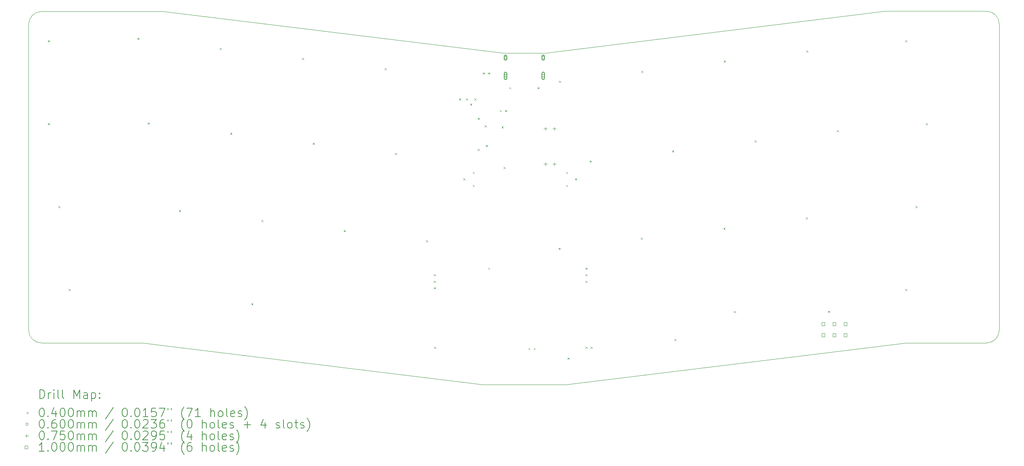
<source format=gbr>
%TF.GenerationSoftware,KiCad,Pcbnew,7.0.6*%
%TF.CreationDate,2023-07-31T17:00:54-04:00*%
%TF.ProjectId,Birdie,42697264-6965-42e6-9b69-6361645f7063,rev?*%
%TF.SameCoordinates,Original*%
%TF.FileFunction,Drillmap*%
%TF.FilePolarity,Positive*%
%FSLAX45Y45*%
G04 Gerber Fmt 4.5, Leading zero omitted, Abs format (unit mm)*
G04 Created by KiCad (PCBNEW 7.0.6) date 2023-07-31 17:00:54*
%MOMM*%
%LPD*%
G01*
G04 APERTURE LIST*
%ADD10C,0.100000*%
%ADD11C,0.200000*%
%ADD12C,0.040000*%
%ADD13C,0.060000*%
%ADD14C,0.075000*%
G04 APERTURE END LIST*
D10*
X22919805Y-2682670D02*
X25239180Y-2682670D01*
X25239180Y-10309356D02*
G75*
G03*
X25539180Y-10009355I-1J300001D01*
G01*
X3572576Y-10309355D02*
X5891951Y-10309355D01*
X3572576Y-2689355D02*
X6368201Y-2689355D01*
X15120253Y-3647019D02*
X22919805Y-2682670D01*
X25539180Y-2982670D02*
X25539180Y-10009355D01*
X3572576Y-2689352D02*
G75*
G03*
X3272577Y-2989354I3J-300003D01*
G01*
X14167753Y-3647019D02*
X15120253Y-3647019D01*
X15596503Y-11267019D02*
X23396055Y-10309354D01*
X14167753Y-3647019D02*
X6368201Y-2689355D01*
X25239180Y-10309354D02*
X23396055Y-10309354D01*
X3272570Y-10009354D02*
G75*
G03*
X3572576Y-10309355I300000J-1D01*
G01*
X13691503Y-11267019D02*
X5891951Y-10309355D01*
X3272577Y-2989354D02*
X3272576Y-10009354D01*
X25539174Y-2982670D02*
G75*
G03*
X25239180Y-2682670I-299995J5D01*
G01*
X13691503Y-11267019D02*
X15596503Y-11267019D01*
D11*
D12*
X3716359Y-5258233D02*
X3756359Y-5298233D01*
X3756359Y-5258233D02*
X3716359Y-5298233D01*
X3716359Y-3353233D02*
X3756359Y-3393233D01*
X3756359Y-3353233D02*
X3716359Y-3393233D01*
X3954484Y-7163232D02*
X3994484Y-7203232D01*
X3994484Y-7163232D02*
X3954484Y-7203232D01*
X4192609Y-9068233D02*
X4232609Y-9108233D01*
X4232609Y-9068233D02*
X4192609Y-9108233D01*
X5766310Y-3294907D02*
X5806310Y-3334907D01*
X5806310Y-3294907D02*
X5766310Y-3334907D01*
X6006849Y-5243748D02*
X6046849Y-5283748D01*
X6046849Y-5243748D02*
X6006849Y-5283748D01*
X6720088Y-7250629D02*
X6760088Y-7290629D01*
X6760088Y-7250629D02*
X6720088Y-7290629D01*
X7657111Y-3527068D02*
X7697111Y-3567068D01*
X7697111Y-3527068D02*
X7657111Y-3567068D01*
X7897650Y-5475909D02*
X7937650Y-5515909D01*
X7937650Y-5475909D02*
X7897650Y-5515909D01*
X8380553Y-9397806D02*
X8420553Y-9437806D01*
X8420553Y-9397806D02*
X8380553Y-9437806D01*
X8610889Y-7482790D02*
X8650889Y-7522790D01*
X8650889Y-7482790D02*
X8610889Y-7522790D01*
X9547911Y-3759230D02*
X9587911Y-3799230D01*
X9587911Y-3759230D02*
X9547911Y-3799230D01*
X9788450Y-5708070D02*
X9828450Y-5748070D01*
X9828450Y-5708070D02*
X9788450Y-5748070D01*
X10501689Y-7714950D02*
X10541689Y-7754950D01*
X10541689Y-7714950D02*
X10501689Y-7754950D01*
X11438712Y-3991390D02*
X11478712Y-4031390D01*
X11478712Y-3991390D02*
X11438712Y-4031390D01*
X11679250Y-5940231D02*
X11719250Y-5980231D01*
X11719250Y-5940231D02*
X11679250Y-5980231D01*
X12392490Y-7947111D02*
X12432490Y-7987111D01*
X12432490Y-7947111D02*
X12392490Y-7987111D01*
X12566788Y-8877470D02*
X12606788Y-8917470D01*
X12606788Y-8877470D02*
X12566788Y-8917470D01*
X12566788Y-8728641D02*
X12606788Y-8768641D01*
X12606788Y-8728641D02*
X12566788Y-8768641D01*
X12566788Y-9026298D02*
X12606788Y-9066298D01*
X12606788Y-9026298D02*
X12566788Y-9066298D01*
X12576814Y-10392868D02*
X12616814Y-10432868D01*
X12616814Y-10392868D02*
X12576814Y-10432868D01*
X13147485Y-4686736D02*
X13187485Y-4726736D01*
X13187485Y-4686736D02*
X13147485Y-4726736D01*
X13246143Y-6525979D02*
X13286143Y-6565979D01*
X13286143Y-6525979D02*
X13246143Y-6565979D01*
X13305674Y-4686736D02*
X13345674Y-4726736D01*
X13345674Y-4686736D02*
X13305674Y-4726736D01*
X13400837Y-4805798D02*
X13440837Y-4845798D01*
X13440837Y-4805798D02*
X13400837Y-4845798D01*
X13459759Y-6377151D02*
X13499759Y-6417151D01*
X13499759Y-6377151D02*
X13459759Y-6417151D01*
X13459759Y-6674808D02*
X13499759Y-6714808D01*
X13499759Y-6674808D02*
X13459759Y-6714808D01*
X13495837Y-4686736D02*
X13535837Y-4726736D01*
X13535837Y-4686736D02*
X13495837Y-4726736D01*
X13573566Y-5133221D02*
X13613566Y-5173221D01*
X13613566Y-5133221D02*
X13573566Y-5173221D01*
X13573566Y-5847598D02*
X13613566Y-5887598D01*
X13613566Y-5847598D02*
X13573566Y-5887598D01*
X13692629Y-4091422D02*
X13732629Y-4131422D01*
X13732629Y-4091422D02*
X13692629Y-4131422D01*
X13734187Y-5305675D02*
X13774187Y-5345675D01*
X13774187Y-5305675D02*
X13734187Y-5345675D01*
X13759187Y-5758301D02*
X13799187Y-5798301D01*
X13799187Y-5758301D02*
X13759187Y-5798301D01*
X13811691Y-4091422D02*
X13851691Y-4131422D01*
X13851691Y-4091422D02*
X13811691Y-4131422D01*
X13816947Y-8579813D02*
X13856947Y-8619813D01*
X13856947Y-8579813D02*
X13816947Y-8619813D01*
X14079583Y-4954627D02*
X14119583Y-4994627D01*
X14119583Y-4954627D02*
X14079583Y-4994627D01*
X14121141Y-5330675D02*
X14161141Y-5370675D01*
X14161141Y-5330675D02*
X14121141Y-5370675D01*
X14168880Y-6264318D02*
X14208880Y-6304318D01*
X14208880Y-6264318D02*
X14168880Y-6304318D01*
X14198645Y-4954627D02*
X14238645Y-4994627D01*
X14238645Y-4954627D02*
X14198645Y-4994627D01*
X14299735Y-4430938D02*
X14339735Y-4470938D01*
X14339735Y-4430938D02*
X14299735Y-4470938D01*
X14739684Y-10425286D02*
X14779684Y-10465286D01*
X14779684Y-10425286D02*
X14739684Y-10465286D01*
X14858747Y-10425286D02*
X14898747Y-10465286D01*
X14898747Y-10425286D02*
X14858747Y-10465286D01*
X14949003Y-4430938D02*
X14989003Y-4470938D01*
X14989003Y-4430938D02*
X14949003Y-4470938D01*
X15427963Y-8122393D02*
X15467963Y-8162393D01*
X15467963Y-8122393D02*
X15427963Y-8162393D01*
X15436340Y-4282752D02*
X15476340Y-4322752D01*
X15476340Y-4282752D02*
X15436340Y-4322752D01*
X15602889Y-6674808D02*
X15642889Y-6714808D01*
X15642889Y-6674808D02*
X15602889Y-6714808D01*
X15602889Y-6377151D02*
X15642889Y-6417151D01*
X15642889Y-6377151D02*
X15602889Y-6417151D01*
X15632655Y-10644867D02*
X15672655Y-10684867D01*
X15672655Y-10644867D02*
X15632655Y-10684867D01*
X15805993Y-6525979D02*
X15845993Y-6565979D01*
X15845993Y-6525979D02*
X15805993Y-6565979D01*
X16049375Y-8579813D02*
X16089375Y-8619813D01*
X16089375Y-8579813D02*
X16049375Y-8619813D01*
X16049375Y-8728641D02*
X16089375Y-8768641D01*
X16089375Y-8728641D02*
X16049375Y-8768641D01*
X16049375Y-8877470D02*
X16089375Y-8917470D01*
X16089375Y-8877470D02*
X16049375Y-8917470D01*
X16049375Y-10395520D02*
X16089375Y-10435520D01*
X16089375Y-10395520D02*
X16049375Y-10435520D01*
X16141202Y-6115513D02*
X16181202Y-6155513D01*
X16181202Y-6115513D02*
X16141202Y-6155513D01*
X16168438Y-10395520D02*
X16208438Y-10435520D01*
X16208438Y-10395520D02*
X16168438Y-10435520D01*
X17318764Y-7890233D02*
X17358764Y-7930233D01*
X17358764Y-7890233D02*
X17318764Y-7930233D01*
X17327141Y-4050591D02*
X17367141Y-4090591D01*
X17367141Y-4050591D02*
X17327141Y-4090591D01*
X18032002Y-5883352D02*
X18072002Y-5923352D01*
X18072002Y-5883352D02*
X18032002Y-5923352D01*
X18089293Y-10218747D02*
X18129293Y-10258747D01*
X18129293Y-10218747D02*
X18089293Y-10258747D01*
X19209564Y-7658071D02*
X19249564Y-7698071D01*
X19249564Y-7658071D02*
X19209564Y-7698071D01*
X19217941Y-3818430D02*
X19257941Y-3858430D01*
X19257941Y-3818430D02*
X19217941Y-3858430D01*
X19449354Y-9571926D02*
X19489354Y-9611926D01*
X19489354Y-9571926D02*
X19449354Y-9611926D01*
X19922803Y-5651190D02*
X19962803Y-5691190D01*
X19962803Y-5651190D02*
X19922803Y-5691190D01*
X21100364Y-7425910D02*
X21140364Y-7465910D01*
X21140364Y-7425910D02*
X21100364Y-7465910D01*
X21108742Y-3586269D02*
X21148742Y-3626269D01*
X21148742Y-3586269D02*
X21108742Y-3626269D01*
X21607624Y-9568294D02*
X21647624Y-9608294D01*
X21647624Y-9568294D02*
X21607624Y-9608294D01*
X21813603Y-5419029D02*
X21853603Y-5459029D01*
X21853603Y-5419029D02*
X21813603Y-5459029D01*
X23379160Y-9068233D02*
X23419160Y-9108233D01*
X23419160Y-9068233D02*
X23379160Y-9108233D01*
X23379160Y-3353233D02*
X23419160Y-3393233D01*
X23419160Y-3353233D02*
X23379160Y-3393233D01*
X23617285Y-7163233D02*
X23657285Y-7203233D01*
X23657285Y-7163233D02*
X23617285Y-7203233D01*
X23855410Y-5258233D02*
X23895410Y-5298233D01*
X23895410Y-5258233D02*
X23855410Y-5298233D01*
D13*
X14242003Y-3750624D02*
G75*
G03*
X14242003Y-3750624I-30000J0D01*
G01*
D11*
X14182003Y-3720624D02*
X14182003Y-3780624D01*
X14182003Y-3780624D02*
G75*
G03*
X14242003Y-3780624I30000J0D01*
G01*
X14242003Y-3780624D02*
X14242003Y-3720624D01*
X14242003Y-3720624D02*
G75*
G03*
X14182003Y-3720624I-30000J0D01*
G01*
D13*
X14242003Y-4168624D02*
G75*
G03*
X14242003Y-4168624I-30000J0D01*
G01*
D11*
X14182003Y-4113624D02*
X14182003Y-4223624D01*
X14182003Y-4223624D02*
G75*
G03*
X14242003Y-4223624I30000J0D01*
G01*
X14242003Y-4223624D02*
X14242003Y-4113624D01*
X14242003Y-4113624D02*
G75*
G03*
X14182003Y-4113624I-30000J0D01*
G01*
D13*
X15106003Y-3750624D02*
G75*
G03*
X15106003Y-3750624I-30000J0D01*
G01*
D11*
X15046003Y-3720624D02*
X15046003Y-3780624D01*
X15046003Y-3780624D02*
G75*
G03*
X15106003Y-3780624I30000J0D01*
G01*
X15106003Y-3780624D02*
X15106003Y-3720624D01*
X15106003Y-3720624D02*
G75*
G03*
X15046003Y-3720624I-30000J0D01*
G01*
D13*
X15106003Y-4168624D02*
G75*
G03*
X15106003Y-4168624I-30000J0D01*
G01*
D11*
X15046003Y-4113624D02*
X15046003Y-4223624D01*
X15046003Y-4223624D02*
G75*
G03*
X15106003Y-4223624I30000J0D01*
G01*
X15106003Y-4223624D02*
X15106003Y-4113624D01*
X15106003Y-4113624D02*
G75*
G03*
X15046003Y-4113624I-30000J0D01*
G01*
D14*
X15130679Y-5346972D02*
X15130679Y-5421972D01*
X15093179Y-5384472D02*
X15168179Y-5384472D01*
X15130679Y-6157521D02*
X15130679Y-6232521D01*
X15093179Y-6195021D02*
X15168179Y-6195021D01*
X15330679Y-5346972D02*
X15330679Y-5421972D01*
X15293179Y-5384472D02*
X15368179Y-5384472D01*
X15330679Y-6157521D02*
X15330679Y-6232521D01*
X15293179Y-6195021D02*
X15368179Y-6195021D01*
D10*
X21534479Y-9907656D02*
X21534479Y-9836945D01*
X21463768Y-9836945D01*
X21463768Y-9907656D01*
X21534479Y-9907656D01*
X21534479Y-10161656D02*
X21534479Y-10090945D01*
X21463768Y-10090945D01*
X21463768Y-10161656D01*
X21534479Y-10161656D01*
X21788479Y-9907656D02*
X21788479Y-9836945D01*
X21717768Y-9836945D01*
X21717768Y-9907656D01*
X21788479Y-9907656D01*
X21788479Y-10161656D02*
X21788479Y-10090945D01*
X21717768Y-10090945D01*
X21717768Y-10161656D01*
X21788479Y-10161656D01*
X22042479Y-9907656D02*
X22042479Y-9836945D01*
X21971768Y-9836945D01*
X21971768Y-9907656D01*
X22042479Y-9907656D01*
X22042479Y-10161656D02*
X22042479Y-10090945D01*
X21971768Y-10090945D01*
X21971768Y-10161656D01*
X22042479Y-10161656D01*
D11*
X3528347Y-11583503D02*
X3528347Y-11383503D01*
X3528347Y-11383503D02*
X3575966Y-11383503D01*
X3575966Y-11383503D02*
X3604537Y-11393027D01*
X3604537Y-11393027D02*
X3623585Y-11412074D01*
X3623585Y-11412074D02*
X3633109Y-11431122D01*
X3633109Y-11431122D02*
X3642632Y-11469217D01*
X3642632Y-11469217D02*
X3642632Y-11497789D01*
X3642632Y-11497789D02*
X3633109Y-11535884D01*
X3633109Y-11535884D02*
X3623585Y-11554931D01*
X3623585Y-11554931D02*
X3604537Y-11573979D01*
X3604537Y-11573979D02*
X3575966Y-11583503D01*
X3575966Y-11583503D02*
X3528347Y-11583503D01*
X3728347Y-11583503D02*
X3728347Y-11450169D01*
X3728347Y-11488265D02*
X3737871Y-11469217D01*
X3737871Y-11469217D02*
X3747394Y-11459693D01*
X3747394Y-11459693D02*
X3766442Y-11450169D01*
X3766442Y-11450169D02*
X3785490Y-11450169D01*
X3852156Y-11583503D02*
X3852156Y-11450169D01*
X3852156Y-11383503D02*
X3842632Y-11393027D01*
X3842632Y-11393027D02*
X3852156Y-11402550D01*
X3852156Y-11402550D02*
X3861680Y-11393027D01*
X3861680Y-11393027D02*
X3852156Y-11383503D01*
X3852156Y-11383503D02*
X3852156Y-11402550D01*
X3975966Y-11583503D02*
X3956918Y-11573979D01*
X3956918Y-11573979D02*
X3947394Y-11554931D01*
X3947394Y-11554931D02*
X3947394Y-11383503D01*
X4080728Y-11583503D02*
X4061680Y-11573979D01*
X4061680Y-11573979D02*
X4052156Y-11554931D01*
X4052156Y-11554931D02*
X4052156Y-11383503D01*
X4309299Y-11583503D02*
X4309299Y-11383503D01*
X4309299Y-11383503D02*
X4375966Y-11526360D01*
X4375966Y-11526360D02*
X4442633Y-11383503D01*
X4442633Y-11383503D02*
X4442633Y-11583503D01*
X4623585Y-11583503D02*
X4623585Y-11478741D01*
X4623585Y-11478741D02*
X4614061Y-11459693D01*
X4614061Y-11459693D02*
X4595014Y-11450169D01*
X4595014Y-11450169D02*
X4556918Y-11450169D01*
X4556918Y-11450169D02*
X4537871Y-11459693D01*
X4623585Y-11573979D02*
X4604537Y-11583503D01*
X4604537Y-11583503D02*
X4556918Y-11583503D01*
X4556918Y-11583503D02*
X4537871Y-11573979D01*
X4537871Y-11573979D02*
X4528347Y-11554931D01*
X4528347Y-11554931D02*
X4528347Y-11535884D01*
X4528347Y-11535884D02*
X4537871Y-11516836D01*
X4537871Y-11516836D02*
X4556918Y-11507312D01*
X4556918Y-11507312D02*
X4604537Y-11507312D01*
X4604537Y-11507312D02*
X4623585Y-11497789D01*
X4718823Y-11450169D02*
X4718823Y-11650169D01*
X4718823Y-11459693D02*
X4737871Y-11450169D01*
X4737871Y-11450169D02*
X4775966Y-11450169D01*
X4775966Y-11450169D02*
X4795014Y-11459693D01*
X4795014Y-11459693D02*
X4804537Y-11469217D01*
X4804537Y-11469217D02*
X4814061Y-11488265D01*
X4814061Y-11488265D02*
X4814061Y-11545408D01*
X4814061Y-11545408D02*
X4804537Y-11564455D01*
X4804537Y-11564455D02*
X4795014Y-11573979D01*
X4795014Y-11573979D02*
X4775966Y-11583503D01*
X4775966Y-11583503D02*
X4737871Y-11583503D01*
X4737871Y-11583503D02*
X4718823Y-11573979D01*
X4899775Y-11564455D02*
X4909299Y-11573979D01*
X4909299Y-11573979D02*
X4899775Y-11583503D01*
X4899775Y-11583503D02*
X4890252Y-11573979D01*
X4890252Y-11573979D02*
X4899775Y-11564455D01*
X4899775Y-11564455D02*
X4899775Y-11583503D01*
X4899775Y-11459693D02*
X4909299Y-11469217D01*
X4909299Y-11469217D02*
X4899775Y-11478741D01*
X4899775Y-11478741D02*
X4890252Y-11469217D01*
X4890252Y-11469217D02*
X4899775Y-11459693D01*
X4899775Y-11459693D02*
X4899775Y-11478741D01*
D12*
X3227570Y-11892019D02*
X3267570Y-11932019D01*
X3267570Y-11892019D02*
X3227570Y-11932019D01*
D11*
X3566442Y-11803503D02*
X3585490Y-11803503D01*
X3585490Y-11803503D02*
X3604537Y-11813027D01*
X3604537Y-11813027D02*
X3614061Y-11822550D01*
X3614061Y-11822550D02*
X3623585Y-11841598D01*
X3623585Y-11841598D02*
X3633109Y-11879693D01*
X3633109Y-11879693D02*
X3633109Y-11927312D01*
X3633109Y-11927312D02*
X3623585Y-11965408D01*
X3623585Y-11965408D02*
X3614061Y-11984455D01*
X3614061Y-11984455D02*
X3604537Y-11993979D01*
X3604537Y-11993979D02*
X3585490Y-12003503D01*
X3585490Y-12003503D02*
X3566442Y-12003503D01*
X3566442Y-12003503D02*
X3547394Y-11993979D01*
X3547394Y-11993979D02*
X3537871Y-11984455D01*
X3537871Y-11984455D02*
X3528347Y-11965408D01*
X3528347Y-11965408D02*
X3518823Y-11927312D01*
X3518823Y-11927312D02*
X3518823Y-11879693D01*
X3518823Y-11879693D02*
X3528347Y-11841598D01*
X3528347Y-11841598D02*
X3537871Y-11822550D01*
X3537871Y-11822550D02*
X3547394Y-11813027D01*
X3547394Y-11813027D02*
X3566442Y-11803503D01*
X3718823Y-11984455D02*
X3728347Y-11993979D01*
X3728347Y-11993979D02*
X3718823Y-12003503D01*
X3718823Y-12003503D02*
X3709299Y-11993979D01*
X3709299Y-11993979D02*
X3718823Y-11984455D01*
X3718823Y-11984455D02*
X3718823Y-12003503D01*
X3899775Y-11870169D02*
X3899775Y-12003503D01*
X3852156Y-11793979D02*
X3804537Y-11936836D01*
X3804537Y-11936836D02*
X3928347Y-11936836D01*
X4042632Y-11803503D02*
X4061680Y-11803503D01*
X4061680Y-11803503D02*
X4080728Y-11813027D01*
X4080728Y-11813027D02*
X4090252Y-11822550D01*
X4090252Y-11822550D02*
X4099775Y-11841598D01*
X4099775Y-11841598D02*
X4109299Y-11879693D01*
X4109299Y-11879693D02*
X4109299Y-11927312D01*
X4109299Y-11927312D02*
X4099775Y-11965408D01*
X4099775Y-11965408D02*
X4090252Y-11984455D01*
X4090252Y-11984455D02*
X4080728Y-11993979D01*
X4080728Y-11993979D02*
X4061680Y-12003503D01*
X4061680Y-12003503D02*
X4042632Y-12003503D01*
X4042632Y-12003503D02*
X4023585Y-11993979D01*
X4023585Y-11993979D02*
X4014061Y-11984455D01*
X4014061Y-11984455D02*
X4004537Y-11965408D01*
X4004537Y-11965408D02*
X3995013Y-11927312D01*
X3995013Y-11927312D02*
X3995013Y-11879693D01*
X3995013Y-11879693D02*
X4004537Y-11841598D01*
X4004537Y-11841598D02*
X4014061Y-11822550D01*
X4014061Y-11822550D02*
X4023585Y-11813027D01*
X4023585Y-11813027D02*
X4042632Y-11803503D01*
X4233109Y-11803503D02*
X4252156Y-11803503D01*
X4252156Y-11803503D02*
X4271204Y-11813027D01*
X4271204Y-11813027D02*
X4280728Y-11822550D01*
X4280728Y-11822550D02*
X4290252Y-11841598D01*
X4290252Y-11841598D02*
X4299775Y-11879693D01*
X4299775Y-11879693D02*
X4299775Y-11927312D01*
X4299775Y-11927312D02*
X4290252Y-11965408D01*
X4290252Y-11965408D02*
X4280728Y-11984455D01*
X4280728Y-11984455D02*
X4271204Y-11993979D01*
X4271204Y-11993979D02*
X4252156Y-12003503D01*
X4252156Y-12003503D02*
X4233109Y-12003503D01*
X4233109Y-12003503D02*
X4214061Y-11993979D01*
X4214061Y-11993979D02*
X4204537Y-11984455D01*
X4204537Y-11984455D02*
X4195014Y-11965408D01*
X4195014Y-11965408D02*
X4185490Y-11927312D01*
X4185490Y-11927312D02*
X4185490Y-11879693D01*
X4185490Y-11879693D02*
X4195014Y-11841598D01*
X4195014Y-11841598D02*
X4204537Y-11822550D01*
X4204537Y-11822550D02*
X4214061Y-11813027D01*
X4214061Y-11813027D02*
X4233109Y-11803503D01*
X4385490Y-12003503D02*
X4385490Y-11870169D01*
X4385490Y-11889217D02*
X4395014Y-11879693D01*
X4395014Y-11879693D02*
X4414061Y-11870169D01*
X4414061Y-11870169D02*
X4442633Y-11870169D01*
X4442633Y-11870169D02*
X4461680Y-11879693D01*
X4461680Y-11879693D02*
X4471204Y-11898741D01*
X4471204Y-11898741D02*
X4471204Y-12003503D01*
X4471204Y-11898741D02*
X4480728Y-11879693D01*
X4480728Y-11879693D02*
X4499775Y-11870169D01*
X4499775Y-11870169D02*
X4528347Y-11870169D01*
X4528347Y-11870169D02*
X4547395Y-11879693D01*
X4547395Y-11879693D02*
X4556918Y-11898741D01*
X4556918Y-11898741D02*
X4556918Y-12003503D01*
X4652156Y-12003503D02*
X4652156Y-11870169D01*
X4652156Y-11889217D02*
X4661680Y-11879693D01*
X4661680Y-11879693D02*
X4680728Y-11870169D01*
X4680728Y-11870169D02*
X4709299Y-11870169D01*
X4709299Y-11870169D02*
X4728347Y-11879693D01*
X4728347Y-11879693D02*
X4737871Y-11898741D01*
X4737871Y-11898741D02*
X4737871Y-12003503D01*
X4737871Y-11898741D02*
X4747395Y-11879693D01*
X4747395Y-11879693D02*
X4766442Y-11870169D01*
X4766442Y-11870169D02*
X4795014Y-11870169D01*
X4795014Y-11870169D02*
X4814061Y-11879693D01*
X4814061Y-11879693D02*
X4823585Y-11898741D01*
X4823585Y-11898741D02*
X4823585Y-12003503D01*
X5214061Y-11793979D02*
X5042633Y-12051122D01*
X5471204Y-11803503D02*
X5490252Y-11803503D01*
X5490252Y-11803503D02*
X5509299Y-11813027D01*
X5509299Y-11813027D02*
X5518823Y-11822550D01*
X5518823Y-11822550D02*
X5528347Y-11841598D01*
X5528347Y-11841598D02*
X5537871Y-11879693D01*
X5537871Y-11879693D02*
X5537871Y-11927312D01*
X5537871Y-11927312D02*
X5528347Y-11965408D01*
X5528347Y-11965408D02*
X5518823Y-11984455D01*
X5518823Y-11984455D02*
X5509299Y-11993979D01*
X5509299Y-11993979D02*
X5490252Y-12003503D01*
X5490252Y-12003503D02*
X5471204Y-12003503D01*
X5471204Y-12003503D02*
X5452157Y-11993979D01*
X5452157Y-11993979D02*
X5442633Y-11984455D01*
X5442633Y-11984455D02*
X5433109Y-11965408D01*
X5433109Y-11965408D02*
X5423585Y-11927312D01*
X5423585Y-11927312D02*
X5423585Y-11879693D01*
X5423585Y-11879693D02*
X5433109Y-11841598D01*
X5433109Y-11841598D02*
X5442633Y-11822550D01*
X5442633Y-11822550D02*
X5452157Y-11813027D01*
X5452157Y-11813027D02*
X5471204Y-11803503D01*
X5623585Y-11984455D02*
X5633109Y-11993979D01*
X5633109Y-11993979D02*
X5623585Y-12003503D01*
X5623585Y-12003503D02*
X5614061Y-11993979D01*
X5614061Y-11993979D02*
X5623585Y-11984455D01*
X5623585Y-11984455D02*
X5623585Y-12003503D01*
X5756918Y-11803503D02*
X5775966Y-11803503D01*
X5775966Y-11803503D02*
X5795014Y-11813027D01*
X5795014Y-11813027D02*
X5804537Y-11822550D01*
X5804537Y-11822550D02*
X5814061Y-11841598D01*
X5814061Y-11841598D02*
X5823585Y-11879693D01*
X5823585Y-11879693D02*
X5823585Y-11927312D01*
X5823585Y-11927312D02*
X5814061Y-11965408D01*
X5814061Y-11965408D02*
X5804537Y-11984455D01*
X5804537Y-11984455D02*
X5795014Y-11993979D01*
X5795014Y-11993979D02*
X5775966Y-12003503D01*
X5775966Y-12003503D02*
X5756918Y-12003503D01*
X5756918Y-12003503D02*
X5737871Y-11993979D01*
X5737871Y-11993979D02*
X5728347Y-11984455D01*
X5728347Y-11984455D02*
X5718823Y-11965408D01*
X5718823Y-11965408D02*
X5709299Y-11927312D01*
X5709299Y-11927312D02*
X5709299Y-11879693D01*
X5709299Y-11879693D02*
X5718823Y-11841598D01*
X5718823Y-11841598D02*
X5728347Y-11822550D01*
X5728347Y-11822550D02*
X5737871Y-11813027D01*
X5737871Y-11813027D02*
X5756918Y-11803503D01*
X6014061Y-12003503D02*
X5899776Y-12003503D01*
X5956918Y-12003503D02*
X5956918Y-11803503D01*
X5956918Y-11803503D02*
X5937871Y-11832074D01*
X5937871Y-11832074D02*
X5918823Y-11851122D01*
X5918823Y-11851122D02*
X5899776Y-11860646D01*
X6195014Y-11803503D02*
X6099776Y-11803503D01*
X6099776Y-11803503D02*
X6090252Y-11898741D01*
X6090252Y-11898741D02*
X6099776Y-11889217D01*
X6099776Y-11889217D02*
X6118823Y-11879693D01*
X6118823Y-11879693D02*
X6166442Y-11879693D01*
X6166442Y-11879693D02*
X6185490Y-11889217D01*
X6185490Y-11889217D02*
X6195014Y-11898741D01*
X6195014Y-11898741D02*
X6204537Y-11917789D01*
X6204537Y-11917789D02*
X6204537Y-11965408D01*
X6204537Y-11965408D02*
X6195014Y-11984455D01*
X6195014Y-11984455D02*
X6185490Y-11993979D01*
X6185490Y-11993979D02*
X6166442Y-12003503D01*
X6166442Y-12003503D02*
X6118823Y-12003503D01*
X6118823Y-12003503D02*
X6099776Y-11993979D01*
X6099776Y-11993979D02*
X6090252Y-11984455D01*
X6271204Y-11803503D02*
X6404537Y-11803503D01*
X6404537Y-11803503D02*
X6318823Y-12003503D01*
X6471204Y-11803503D02*
X6471204Y-11841598D01*
X6547395Y-11803503D02*
X6547395Y-11841598D01*
X6842633Y-12079693D02*
X6833109Y-12070169D01*
X6833109Y-12070169D02*
X6814061Y-12041598D01*
X6814061Y-12041598D02*
X6804538Y-12022550D01*
X6804538Y-12022550D02*
X6795014Y-11993979D01*
X6795014Y-11993979D02*
X6785490Y-11946360D01*
X6785490Y-11946360D02*
X6785490Y-11908265D01*
X6785490Y-11908265D02*
X6795014Y-11860646D01*
X6795014Y-11860646D02*
X6804538Y-11832074D01*
X6804538Y-11832074D02*
X6814061Y-11813027D01*
X6814061Y-11813027D02*
X6833109Y-11784455D01*
X6833109Y-11784455D02*
X6842633Y-11774931D01*
X6899776Y-11803503D02*
X7033109Y-11803503D01*
X7033109Y-11803503D02*
X6947395Y-12003503D01*
X7214061Y-12003503D02*
X7099776Y-12003503D01*
X7156918Y-12003503D02*
X7156918Y-11803503D01*
X7156918Y-11803503D02*
X7137871Y-11832074D01*
X7137871Y-11832074D02*
X7118823Y-11851122D01*
X7118823Y-11851122D02*
X7099776Y-11860646D01*
X7452157Y-12003503D02*
X7452157Y-11803503D01*
X7537871Y-12003503D02*
X7537871Y-11898741D01*
X7537871Y-11898741D02*
X7528347Y-11879693D01*
X7528347Y-11879693D02*
X7509300Y-11870169D01*
X7509300Y-11870169D02*
X7480728Y-11870169D01*
X7480728Y-11870169D02*
X7461680Y-11879693D01*
X7461680Y-11879693D02*
X7452157Y-11889217D01*
X7661680Y-12003503D02*
X7642633Y-11993979D01*
X7642633Y-11993979D02*
X7633109Y-11984455D01*
X7633109Y-11984455D02*
X7623585Y-11965408D01*
X7623585Y-11965408D02*
X7623585Y-11908265D01*
X7623585Y-11908265D02*
X7633109Y-11889217D01*
X7633109Y-11889217D02*
X7642633Y-11879693D01*
X7642633Y-11879693D02*
X7661680Y-11870169D01*
X7661680Y-11870169D02*
X7690252Y-11870169D01*
X7690252Y-11870169D02*
X7709300Y-11879693D01*
X7709300Y-11879693D02*
X7718823Y-11889217D01*
X7718823Y-11889217D02*
X7728347Y-11908265D01*
X7728347Y-11908265D02*
X7728347Y-11965408D01*
X7728347Y-11965408D02*
X7718823Y-11984455D01*
X7718823Y-11984455D02*
X7709300Y-11993979D01*
X7709300Y-11993979D02*
X7690252Y-12003503D01*
X7690252Y-12003503D02*
X7661680Y-12003503D01*
X7842633Y-12003503D02*
X7823585Y-11993979D01*
X7823585Y-11993979D02*
X7814061Y-11974931D01*
X7814061Y-11974931D02*
X7814061Y-11803503D01*
X7995014Y-11993979D02*
X7975966Y-12003503D01*
X7975966Y-12003503D02*
X7937871Y-12003503D01*
X7937871Y-12003503D02*
X7918823Y-11993979D01*
X7918823Y-11993979D02*
X7909300Y-11974931D01*
X7909300Y-11974931D02*
X7909300Y-11898741D01*
X7909300Y-11898741D02*
X7918823Y-11879693D01*
X7918823Y-11879693D02*
X7937871Y-11870169D01*
X7937871Y-11870169D02*
X7975966Y-11870169D01*
X7975966Y-11870169D02*
X7995014Y-11879693D01*
X7995014Y-11879693D02*
X8004538Y-11898741D01*
X8004538Y-11898741D02*
X8004538Y-11917789D01*
X8004538Y-11917789D02*
X7909300Y-11936836D01*
X8080728Y-11993979D02*
X8099776Y-12003503D01*
X8099776Y-12003503D02*
X8137871Y-12003503D01*
X8137871Y-12003503D02*
X8156919Y-11993979D01*
X8156919Y-11993979D02*
X8166442Y-11974931D01*
X8166442Y-11974931D02*
X8166442Y-11965408D01*
X8166442Y-11965408D02*
X8156919Y-11946360D01*
X8156919Y-11946360D02*
X8137871Y-11936836D01*
X8137871Y-11936836D02*
X8109300Y-11936836D01*
X8109300Y-11936836D02*
X8090252Y-11927312D01*
X8090252Y-11927312D02*
X8080728Y-11908265D01*
X8080728Y-11908265D02*
X8080728Y-11898741D01*
X8080728Y-11898741D02*
X8090252Y-11879693D01*
X8090252Y-11879693D02*
X8109300Y-11870169D01*
X8109300Y-11870169D02*
X8137871Y-11870169D01*
X8137871Y-11870169D02*
X8156919Y-11879693D01*
X8233109Y-12079693D02*
X8242633Y-12070169D01*
X8242633Y-12070169D02*
X8261681Y-12041598D01*
X8261681Y-12041598D02*
X8271204Y-12022550D01*
X8271204Y-12022550D02*
X8280728Y-11993979D01*
X8280728Y-11993979D02*
X8290252Y-11946360D01*
X8290252Y-11946360D02*
X8290252Y-11908265D01*
X8290252Y-11908265D02*
X8280728Y-11860646D01*
X8280728Y-11860646D02*
X8271204Y-11832074D01*
X8271204Y-11832074D02*
X8261681Y-11813027D01*
X8261681Y-11813027D02*
X8242633Y-11784455D01*
X8242633Y-11784455D02*
X8233109Y-11774931D01*
D13*
X3267570Y-12176019D02*
G75*
G03*
X3267570Y-12176019I-30000J0D01*
G01*
D11*
X3566442Y-12067503D02*
X3585490Y-12067503D01*
X3585490Y-12067503D02*
X3604537Y-12077027D01*
X3604537Y-12077027D02*
X3614061Y-12086550D01*
X3614061Y-12086550D02*
X3623585Y-12105598D01*
X3623585Y-12105598D02*
X3633109Y-12143693D01*
X3633109Y-12143693D02*
X3633109Y-12191312D01*
X3633109Y-12191312D02*
X3623585Y-12229408D01*
X3623585Y-12229408D02*
X3614061Y-12248455D01*
X3614061Y-12248455D02*
X3604537Y-12257979D01*
X3604537Y-12257979D02*
X3585490Y-12267503D01*
X3585490Y-12267503D02*
X3566442Y-12267503D01*
X3566442Y-12267503D02*
X3547394Y-12257979D01*
X3547394Y-12257979D02*
X3537871Y-12248455D01*
X3537871Y-12248455D02*
X3528347Y-12229408D01*
X3528347Y-12229408D02*
X3518823Y-12191312D01*
X3518823Y-12191312D02*
X3518823Y-12143693D01*
X3518823Y-12143693D02*
X3528347Y-12105598D01*
X3528347Y-12105598D02*
X3537871Y-12086550D01*
X3537871Y-12086550D02*
X3547394Y-12077027D01*
X3547394Y-12077027D02*
X3566442Y-12067503D01*
X3718823Y-12248455D02*
X3728347Y-12257979D01*
X3728347Y-12257979D02*
X3718823Y-12267503D01*
X3718823Y-12267503D02*
X3709299Y-12257979D01*
X3709299Y-12257979D02*
X3718823Y-12248455D01*
X3718823Y-12248455D02*
X3718823Y-12267503D01*
X3899775Y-12067503D02*
X3861680Y-12067503D01*
X3861680Y-12067503D02*
X3842632Y-12077027D01*
X3842632Y-12077027D02*
X3833109Y-12086550D01*
X3833109Y-12086550D02*
X3814061Y-12115122D01*
X3814061Y-12115122D02*
X3804537Y-12153217D01*
X3804537Y-12153217D02*
X3804537Y-12229408D01*
X3804537Y-12229408D02*
X3814061Y-12248455D01*
X3814061Y-12248455D02*
X3823585Y-12257979D01*
X3823585Y-12257979D02*
X3842632Y-12267503D01*
X3842632Y-12267503D02*
X3880728Y-12267503D01*
X3880728Y-12267503D02*
X3899775Y-12257979D01*
X3899775Y-12257979D02*
X3909299Y-12248455D01*
X3909299Y-12248455D02*
X3918823Y-12229408D01*
X3918823Y-12229408D02*
X3918823Y-12181789D01*
X3918823Y-12181789D02*
X3909299Y-12162741D01*
X3909299Y-12162741D02*
X3899775Y-12153217D01*
X3899775Y-12153217D02*
X3880728Y-12143693D01*
X3880728Y-12143693D02*
X3842632Y-12143693D01*
X3842632Y-12143693D02*
X3823585Y-12153217D01*
X3823585Y-12153217D02*
X3814061Y-12162741D01*
X3814061Y-12162741D02*
X3804537Y-12181789D01*
X4042632Y-12067503D02*
X4061680Y-12067503D01*
X4061680Y-12067503D02*
X4080728Y-12077027D01*
X4080728Y-12077027D02*
X4090252Y-12086550D01*
X4090252Y-12086550D02*
X4099775Y-12105598D01*
X4099775Y-12105598D02*
X4109299Y-12143693D01*
X4109299Y-12143693D02*
X4109299Y-12191312D01*
X4109299Y-12191312D02*
X4099775Y-12229408D01*
X4099775Y-12229408D02*
X4090252Y-12248455D01*
X4090252Y-12248455D02*
X4080728Y-12257979D01*
X4080728Y-12257979D02*
X4061680Y-12267503D01*
X4061680Y-12267503D02*
X4042632Y-12267503D01*
X4042632Y-12267503D02*
X4023585Y-12257979D01*
X4023585Y-12257979D02*
X4014061Y-12248455D01*
X4014061Y-12248455D02*
X4004537Y-12229408D01*
X4004537Y-12229408D02*
X3995013Y-12191312D01*
X3995013Y-12191312D02*
X3995013Y-12143693D01*
X3995013Y-12143693D02*
X4004537Y-12105598D01*
X4004537Y-12105598D02*
X4014061Y-12086550D01*
X4014061Y-12086550D02*
X4023585Y-12077027D01*
X4023585Y-12077027D02*
X4042632Y-12067503D01*
X4233109Y-12067503D02*
X4252156Y-12067503D01*
X4252156Y-12067503D02*
X4271204Y-12077027D01*
X4271204Y-12077027D02*
X4280728Y-12086550D01*
X4280728Y-12086550D02*
X4290252Y-12105598D01*
X4290252Y-12105598D02*
X4299775Y-12143693D01*
X4299775Y-12143693D02*
X4299775Y-12191312D01*
X4299775Y-12191312D02*
X4290252Y-12229408D01*
X4290252Y-12229408D02*
X4280728Y-12248455D01*
X4280728Y-12248455D02*
X4271204Y-12257979D01*
X4271204Y-12257979D02*
X4252156Y-12267503D01*
X4252156Y-12267503D02*
X4233109Y-12267503D01*
X4233109Y-12267503D02*
X4214061Y-12257979D01*
X4214061Y-12257979D02*
X4204537Y-12248455D01*
X4204537Y-12248455D02*
X4195014Y-12229408D01*
X4195014Y-12229408D02*
X4185490Y-12191312D01*
X4185490Y-12191312D02*
X4185490Y-12143693D01*
X4185490Y-12143693D02*
X4195014Y-12105598D01*
X4195014Y-12105598D02*
X4204537Y-12086550D01*
X4204537Y-12086550D02*
X4214061Y-12077027D01*
X4214061Y-12077027D02*
X4233109Y-12067503D01*
X4385490Y-12267503D02*
X4385490Y-12134169D01*
X4385490Y-12153217D02*
X4395014Y-12143693D01*
X4395014Y-12143693D02*
X4414061Y-12134169D01*
X4414061Y-12134169D02*
X4442633Y-12134169D01*
X4442633Y-12134169D02*
X4461680Y-12143693D01*
X4461680Y-12143693D02*
X4471204Y-12162741D01*
X4471204Y-12162741D02*
X4471204Y-12267503D01*
X4471204Y-12162741D02*
X4480728Y-12143693D01*
X4480728Y-12143693D02*
X4499775Y-12134169D01*
X4499775Y-12134169D02*
X4528347Y-12134169D01*
X4528347Y-12134169D02*
X4547395Y-12143693D01*
X4547395Y-12143693D02*
X4556918Y-12162741D01*
X4556918Y-12162741D02*
X4556918Y-12267503D01*
X4652156Y-12267503D02*
X4652156Y-12134169D01*
X4652156Y-12153217D02*
X4661680Y-12143693D01*
X4661680Y-12143693D02*
X4680728Y-12134169D01*
X4680728Y-12134169D02*
X4709299Y-12134169D01*
X4709299Y-12134169D02*
X4728347Y-12143693D01*
X4728347Y-12143693D02*
X4737871Y-12162741D01*
X4737871Y-12162741D02*
X4737871Y-12267503D01*
X4737871Y-12162741D02*
X4747395Y-12143693D01*
X4747395Y-12143693D02*
X4766442Y-12134169D01*
X4766442Y-12134169D02*
X4795014Y-12134169D01*
X4795014Y-12134169D02*
X4814061Y-12143693D01*
X4814061Y-12143693D02*
X4823585Y-12162741D01*
X4823585Y-12162741D02*
X4823585Y-12267503D01*
X5214061Y-12057979D02*
X5042633Y-12315122D01*
X5471204Y-12067503D02*
X5490252Y-12067503D01*
X5490252Y-12067503D02*
X5509299Y-12077027D01*
X5509299Y-12077027D02*
X5518823Y-12086550D01*
X5518823Y-12086550D02*
X5528347Y-12105598D01*
X5528347Y-12105598D02*
X5537871Y-12143693D01*
X5537871Y-12143693D02*
X5537871Y-12191312D01*
X5537871Y-12191312D02*
X5528347Y-12229408D01*
X5528347Y-12229408D02*
X5518823Y-12248455D01*
X5518823Y-12248455D02*
X5509299Y-12257979D01*
X5509299Y-12257979D02*
X5490252Y-12267503D01*
X5490252Y-12267503D02*
X5471204Y-12267503D01*
X5471204Y-12267503D02*
X5452157Y-12257979D01*
X5452157Y-12257979D02*
X5442633Y-12248455D01*
X5442633Y-12248455D02*
X5433109Y-12229408D01*
X5433109Y-12229408D02*
X5423585Y-12191312D01*
X5423585Y-12191312D02*
X5423585Y-12143693D01*
X5423585Y-12143693D02*
X5433109Y-12105598D01*
X5433109Y-12105598D02*
X5442633Y-12086550D01*
X5442633Y-12086550D02*
X5452157Y-12077027D01*
X5452157Y-12077027D02*
X5471204Y-12067503D01*
X5623585Y-12248455D02*
X5633109Y-12257979D01*
X5633109Y-12257979D02*
X5623585Y-12267503D01*
X5623585Y-12267503D02*
X5614061Y-12257979D01*
X5614061Y-12257979D02*
X5623585Y-12248455D01*
X5623585Y-12248455D02*
X5623585Y-12267503D01*
X5756918Y-12067503D02*
X5775966Y-12067503D01*
X5775966Y-12067503D02*
X5795014Y-12077027D01*
X5795014Y-12077027D02*
X5804537Y-12086550D01*
X5804537Y-12086550D02*
X5814061Y-12105598D01*
X5814061Y-12105598D02*
X5823585Y-12143693D01*
X5823585Y-12143693D02*
X5823585Y-12191312D01*
X5823585Y-12191312D02*
X5814061Y-12229408D01*
X5814061Y-12229408D02*
X5804537Y-12248455D01*
X5804537Y-12248455D02*
X5795014Y-12257979D01*
X5795014Y-12257979D02*
X5775966Y-12267503D01*
X5775966Y-12267503D02*
X5756918Y-12267503D01*
X5756918Y-12267503D02*
X5737871Y-12257979D01*
X5737871Y-12257979D02*
X5728347Y-12248455D01*
X5728347Y-12248455D02*
X5718823Y-12229408D01*
X5718823Y-12229408D02*
X5709299Y-12191312D01*
X5709299Y-12191312D02*
X5709299Y-12143693D01*
X5709299Y-12143693D02*
X5718823Y-12105598D01*
X5718823Y-12105598D02*
X5728347Y-12086550D01*
X5728347Y-12086550D02*
X5737871Y-12077027D01*
X5737871Y-12077027D02*
X5756918Y-12067503D01*
X5899776Y-12086550D02*
X5909299Y-12077027D01*
X5909299Y-12077027D02*
X5928347Y-12067503D01*
X5928347Y-12067503D02*
X5975966Y-12067503D01*
X5975966Y-12067503D02*
X5995014Y-12077027D01*
X5995014Y-12077027D02*
X6004537Y-12086550D01*
X6004537Y-12086550D02*
X6014061Y-12105598D01*
X6014061Y-12105598D02*
X6014061Y-12124646D01*
X6014061Y-12124646D02*
X6004537Y-12153217D01*
X6004537Y-12153217D02*
X5890252Y-12267503D01*
X5890252Y-12267503D02*
X6014061Y-12267503D01*
X6080728Y-12067503D02*
X6204537Y-12067503D01*
X6204537Y-12067503D02*
X6137871Y-12143693D01*
X6137871Y-12143693D02*
X6166442Y-12143693D01*
X6166442Y-12143693D02*
X6185490Y-12153217D01*
X6185490Y-12153217D02*
X6195014Y-12162741D01*
X6195014Y-12162741D02*
X6204537Y-12181789D01*
X6204537Y-12181789D02*
X6204537Y-12229408D01*
X6204537Y-12229408D02*
X6195014Y-12248455D01*
X6195014Y-12248455D02*
X6185490Y-12257979D01*
X6185490Y-12257979D02*
X6166442Y-12267503D01*
X6166442Y-12267503D02*
X6109299Y-12267503D01*
X6109299Y-12267503D02*
X6090252Y-12257979D01*
X6090252Y-12257979D02*
X6080728Y-12248455D01*
X6375966Y-12067503D02*
X6337871Y-12067503D01*
X6337871Y-12067503D02*
X6318823Y-12077027D01*
X6318823Y-12077027D02*
X6309299Y-12086550D01*
X6309299Y-12086550D02*
X6290252Y-12115122D01*
X6290252Y-12115122D02*
X6280728Y-12153217D01*
X6280728Y-12153217D02*
X6280728Y-12229408D01*
X6280728Y-12229408D02*
X6290252Y-12248455D01*
X6290252Y-12248455D02*
X6299776Y-12257979D01*
X6299776Y-12257979D02*
X6318823Y-12267503D01*
X6318823Y-12267503D02*
X6356918Y-12267503D01*
X6356918Y-12267503D02*
X6375966Y-12257979D01*
X6375966Y-12257979D02*
X6385490Y-12248455D01*
X6385490Y-12248455D02*
X6395014Y-12229408D01*
X6395014Y-12229408D02*
X6395014Y-12181789D01*
X6395014Y-12181789D02*
X6385490Y-12162741D01*
X6385490Y-12162741D02*
X6375966Y-12153217D01*
X6375966Y-12153217D02*
X6356918Y-12143693D01*
X6356918Y-12143693D02*
X6318823Y-12143693D01*
X6318823Y-12143693D02*
X6299776Y-12153217D01*
X6299776Y-12153217D02*
X6290252Y-12162741D01*
X6290252Y-12162741D02*
X6280728Y-12181789D01*
X6471204Y-12067503D02*
X6471204Y-12105598D01*
X6547395Y-12067503D02*
X6547395Y-12105598D01*
X6842633Y-12343693D02*
X6833109Y-12334169D01*
X6833109Y-12334169D02*
X6814061Y-12305598D01*
X6814061Y-12305598D02*
X6804538Y-12286550D01*
X6804538Y-12286550D02*
X6795014Y-12257979D01*
X6795014Y-12257979D02*
X6785490Y-12210360D01*
X6785490Y-12210360D02*
X6785490Y-12172265D01*
X6785490Y-12172265D02*
X6795014Y-12124646D01*
X6795014Y-12124646D02*
X6804538Y-12096074D01*
X6804538Y-12096074D02*
X6814061Y-12077027D01*
X6814061Y-12077027D02*
X6833109Y-12048455D01*
X6833109Y-12048455D02*
X6842633Y-12038931D01*
X6956918Y-12067503D02*
X6975966Y-12067503D01*
X6975966Y-12067503D02*
X6995014Y-12077027D01*
X6995014Y-12077027D02*
X7004538Y-12086550D01*
X7004538Y-12086550D02*
X7014061Y-12105598D01*
X7014061Y-12105598D02*
X7023585Y-12143693D01*
X7023585Y-12143693D02*
X7023585Y-12191312D01*
X7023585Y-12191312D02*
X7014061Y-12229408D01*
X7014061Y-12229408D02*
X7004538Y-12248455D01*
X7004538Y-12248455D02*
X6995014Y-12257979D01*
X6995014Y-12257979D02*
X6975966Y-12267503D01*
X6975966Y-12267503D02*
X6956918Y-12267503D01*
X6956918Y-12267503D02*
X6937871Y-12257979D01*
X6937871Y-12257979D02*
X6928347Y-12248455D01*
X6928347Y-12248455D02*
X6918823Y-12229408D01*
X6918823Y-12229408D02*
X6909299Y-12191312D01*
X6909299Y-12191312D02*
X6909299Y-12143693D01*
X6909299Y-12143693D02*
X6918823Y-12105598D01*
X6918823Y-12105598D02*
X6928347Y-12086550D01*
X6928347Y-12086550D02*
X6937871Y-12077027D01*
X6937871Y-12077027D02*
X6956918Y-12067503D01*
X7261680Y-12267503D02*
X7261680Y-12067503D01*
X7347395Y-12267503D02*
X7347395Y-12162741D01*
X7347395Y-12162741D02*
X7337871Y-12143693D01*
X7337871Y-12143693D02*
X7318823Y-12134169D01*
X7318823Y-12134169D02*
X7290252Y-12134169D01*
X7290252Y-12134169D02*
X7271204Y-12143693D01*
X7271204Y-12143693D02*
X7261680Y-12153217D01*
X7471204Y-12267503D02*
X7452157Y-12257979D01*
X7452157Y-12257979D02*
X7442633Y-12248455D01*
X7442633Y-12248455D02*
X7433109Y-12229408D01*
X7433109Y-12229408D02*
X7433109Y-12172265D01*
X7433109Y-12172265D02*
X7442633Y-12153217D01*
X7442633Y-12153217D02*
X7452157Y-12143693D01*
X7452157Y-12143693D02*
X7471204Y-12134169D01*
X7471204Y-12134169D02*
X7499776Y-12134169D01*
X7499776Y-12134169D02*
X7518823Y-12143693D01*
X7518823Y-12143693D02*
X7528347Y-12153217D01*
X7528347Y-12153217D02*
X7537871Y-12172265D01*
X7537871Y-12172265D02*
X7537871Y-12229408D01*
X7537871Y-12229408D02*
X7528347Y-12248455D01*
X7528347Y-12248455D02*
X7518823Y-12257979D01*
X7518823Y-12257979D02*
X7499776Y-12267503D01*
X7499776Y-12267503D02*
X7471204Y-12267503D01*
X7652157Y-12267503D02*
X7633109Y-12257979D01*
X7633109Y-12257979D02*
X7623585Y-12238931D01*
X7623585Y-12238931D02*
X7623585Y-12067503D01*
X7804538Y-12257979D02*
X7785490Y-12267503D01*
X7785490Y-12267503D02*
X7747395Y-12267503D01*
X7747395Y-12267503D02*
X7728347Y-12257979D01*
X7728347Y-12257979D02*
X7718823Y-12238931D01*
X7718823Y-12238931D02*
X7718823Y-12162741D01*
X7718823Y-12162741D02*
X7728347Y-12143693D01*
X7728347Y-12143693D02*
X7747395Y-12134169D01*
X7747395Y-12134169D02*
X7785490Y-12134169D01*
X7785490Y-12134169D02*
X7804538Y-12143693D01*
X7804538Y-12143693D02*
X7814061Y-12162741D01*
X7814061Y-12162741D02*
X7814061Y-12181789D01*
X7814061Y-12181789D02*
X7718823Y-12200836D01*
X7890252Y-12257979D02*
X7909300Y-12267503D01*
X7909300Y-12267503D02*
X7947395Y-12267503D01*
X7947395Y-12267503D02*
X7966442Y-12257979D01*
X7966442Y-12257979D02*
X7975966Y-12238931D01*
X7975966Y-12238931D02*
X7975966Y-12229408D01*
X7975966Y-12229408D02*
X7966442Y-12210360D01*
X7966442Y-12210360D02*
X7947395Y-12200836D01*
X7947395Y-12200836D02*
X7918823Y-12200836D01*
X7918823Y-12200836D02*
X7899776Y-12191312D01*
X7899776Y-12191312D02*
X7890252Y-12172265D01*
X7890252Y-12172265D02*
X7890252Y-12162741D01*
X7890252Y-12162741D02*
X7899776Y-12143693D01*
X7899776Y-12143693D02*
X7918823Y-12134169D01*
X7918823Y-12134169D02*
X7947395Y-12134169D01*
X7947395Y-12134169D02*
X7966442Y-12143693D01*
X8214062Y-12191312D02*
X8366443Y-12191312D01*
X8290252Y-12267503D02*
X8290252Y-12115122D01*
X8699776Y-12134169D02*
X8699776Y-12267503D01*
X8652157Y-12057979D02*
X8604538Y-12200836D01*
X8604538Y-12200836D02*
X8728347Y-12200836D01*
X8947395Y-12257979D02*
X8966443Y-12267503D01*
X8966443Y-12267503D02*
X9004538Y-12267503D01*
X9004538Y-12267503D02*
X9023586Y-12257979D01*
X9023586Y-12257979D02*
X9033109Y-12238931D01*
X9033109Y-12238931D02*
X9033109Y-12229408D01*
X9033109Y-12229408D02*
X9023586Y-12210360D01*
X9023586Y-12210360D02*
X9004538Y-12200836D01*
X9004538Y-12200836D02*
X8975966Y-12200836D01*
X8975966Y-12200836D02*
X8956919Y-12191312D01*
X8956919Y-12191312D02*
X8947395Y-12172265D01*
X8947395Y-12172265D02*
X8947395Y-12162741D01*
X8947395Y-12162741D02*
X8956919Y-12143693D01*
X8956919Y-12143693D02*
X8975966Y-12134169D01*
X8975966Y-12134169D02*
X9004538Y-12134169D01*
X9004538Y-12134169D02*
X9023586Y-12143693D01*
X9147395Y-12267503D02*
X9128347Y-12257979D01*
X9128347Y-12257979D02*
X9118824Y-12238931D01*
X9118824Y-12238931D02*
X9118824Y-12067503D01*
X9252157Y-12267503D02*
X9233109Y-12257979D01*
X9233109Y-12257979D02*
X9223586Y-12248455D01*
X9223586Y-12248455D02*
X9214062Y-12229408D01*
X9214062Y-12229408D02*
X9214062Y-12172265D01*
X9214062Y-12172265D02*
X9223586Y-12153217D01*
X9223586Y-12153217D02*
X9233109Y-12143693D01*
X9233109Y-12143693D02*
X9252157Y-12134169D01*
X9252157Y-12134169D02*
X9280728Y-12134169D01*
X9280728Y-12134169D02*
X9299776Y-12143693D01*
X9299776Y-12143693D02*
X9309300Y-12153217D01*
X9309300Y-12153217D02*
X9318824Y-12172265D01*
X9318824Y-12172265D02*
X9318824Y-12229408D01*
X9318824Y-12229408D02*
X9309300Y-12248455D01*
X9309300Y-12248455D02*
X9299776Y-12257979D01*
X9299776Y-12257979D02*
X9280728Y-12267503D01*
X9280728Y-12267503D02*
X9252157Y-12267503D01*
X9375967Y-12134169D02*
X9452157Y-12134169D01*
X9404538Y-12067503D02*
X9404538Y-12238931D01*
X9404538Y-12238931D02*
X9414062Y-12257979D01*
X9414062Y-12257979D02*
X9433109Y-12267503D01*
X9433109Y-12267503D02*
X9452157Y-12267503D01*
X9509300Y-12257979D02*
X9528347Y-12267503D01*
X9528347Y-12267503D02*
X9566443Y-12267503D01*
X9566443Y-12267503D02*
X9585490Y-12257979D01*
X9585490Y-12257979D02*
X9595014Y-12238931D01*
X9595014Y-12238931D02*
X9595014Y-12229408D01*
X9595014Y-12229408D02*
X9585490Y-12210360D01*
X9585490Y-12210360D02*
X9566443Y-12200836D01*
X9566443Y-12200836D02*
X9537871Y-12200836D01*
X9537871Y-12200836D02*
X9518824Y-12191312D01*
X9518824Y-12191312D02*
X9509300Y-12172265D01*
X9509300Y-12172265D02*
X9509300Y-12162741D01*
X9509300Y-12162741D02*
X9518824Y-12143693D01*
X9518824Y-12143693D02*
X9537871Y-12134169D01*
X9537871Y-12134169D02*
X9566443Y-12134169D01*
X9566443Y-12134169D02*
X9585490Y-12143693D01*
X9661681Y-12343693D02*
X9671205Y-12334169D01*
X9671205Y-12334169D02*
X9690252Y-12305598D01*
X9690252Y-12305598D02*
X9699776Y-12286550D01*
X9699776Y-12286550D02*
X9709300Y-12257979D01*
X9709300Y-12257979D02*
X9718824Y-12210360D01*
X9718824Y-12210360D02*
X9718824Y-12172265D01*
X9718824Y-12172265D02*
X9709300Y-12124646D01*
X9709300Y-12124646D02*
X9699776Y-12096074D01*
X9699776Y-12096074D02*
X9690252Y-12077027D01*
X9690252Y-12077027D02*
X9671205Y-12048455D01*
X9671205Y-12048455D02*
X9661681Y-12038931D01*
D14*
X3230070Y-12402519D02*
X3230070Y-12477519D01*
X3192570Y-12440019D02*
X3267570Y-12440019D01*
D11*
X3566442Y-12331503D02*
X3585490Y-12331503D01*
X3585490Y-12331503D02*
X3604537Y-12341027D01*
X3604537Y-12341027D02*
X3614061Y-12350550D01*
X3614061Y-12350550D02*
X3623585Y-12369598D01*
X3623585Y-12369598D02*
X3633109Y-12407693D01*
X3633109Y-12407693D02*
X3633109Y-12455312D01*
X3633109Y-12455312D02*
X3623585Y-12493408D01*
X3623585Y-12493408D02*
X3614061Y-12512455D01*
X3614061Y-12512455D02*
X3604537Y-12521979D01*
X3604537Y-12521979D02*
X3585490Y-12531503D01*
X3585490Y-12531503D02*
X3566442Y-12531503D01*
X3566442Y-12531503D02*
X3547394Y-12521979D01*
X3547394Y-12521979D02*
X3537871Y-12512455D01*
X3537871Y-12512455D02*
X3528347Y-12493408D01*
X3528347Y-12493408D02*
X3518823Y-12455312D01*
X3518823Y-12455312D02*
X3518823Y-12407693D01*
X3518823Y-12407693D02*
X3528347Y-12369598D01*
X3528347Y-12369598D02*
X3537871Y-12350550D01*
X3537871Y-12350550D02*
X3547394Y-12341027D01*
X3547394Y-12341027D02*
X3566442Y-12331503D01*
X3718823Y-12512455D02*
X3728347Y-12521979D01*
X3728347Y-12521979D02*
X3718823Y-12531503D01*
X3718823Y-12531503D02*
X3709299Y-12521979D01*
X3709299Y-12521979D02*
X3718823Y-12512455D01*
X3718823Y-12512455D02*
X3718823Y-12531503D01*
X3795013Y-12331503D02*
X3928347Y-12331503D01*
X3928347Y-12331503D02*
X3842632Y-12531503D01*
X4099775Y-12331503D02*
X4004537Y-12331503D01*
X4004537Y-12331503D02*
X3995013Y-12426741D01*
X3995013Y-12426741D02*
X4004537Y-12417217D01*
X4004537Y-12417217D02*
X4023585Y-12407693D01*
X4023585Y-12407693D02*
X4071204Y-12407693D01*
X4071204Y-12407693D02*
X4090252Y-12417217D01*
X4090252Y-12417217D02*
X4099775Y-12426741D01*
X4099775Y-12426741D02*
X4109299Y-12445789D01*
X4109299Y-12445789D02*
X4109299Y-12493408D01*
X4109299Y-12493408D02*
X4099775Y-12512455D01*
X4099775Y-12512455D02*
X4090252Y-12521979D01*
X4090252Y-12521979D02*
X4071204Y-12531503D01*
X4071204Y-12531503D02*
X4023585Y-12531503D01*
X4023585Y-12531503D02*
X4004537Y-12521979D01*
X4004537Y-12521979D02*
X3995013Y-12512455D01*
X4233109Y-12331503D02*
X4252156Y-12331503D01*
X4252156Y-12331503D02*
X4271204Y-12341027D01*
X4271204Y-12341027D02*
X4280728Y-12350550D01*
X4280728Y-12350550D02*
X4290252Y-12369598D01*
X4290252Y-12369598D02*
X4299775Y-12407693D01*
X4299775Y-12407693D02*
X4299775Y-12455312D01*
X4299775Y-12455312D02*
X4290252Y-12493408D01*
X4290252Y-12493408D02*
X4280728Y-12512455D01*
X4280728Y-12512455D02*
X4271204Y-12521979D01*
X4271204Y-12521979D02*
X4252156Y-12531503D01*
X4252156Y-12531503D02*
X4233109Y-12531503D01*
X4233109Y-12531503D02*
X4214061Y-12521979D01*
X4214061Y-12521979D02*
X4204537Y-12512455D01*
X4204537Y-12512455D02*
X4195014Y-12493408D01*
X4195014Y-12493408D02*
X4185490Y-12455312D01*
X4185490Y-12455312D02*
X4185490Y-12407693D01*
X4185490Y-12407693D02*
X4195014Y-12369598D01*
X4195014Y-12369598D02*
X4204537Y-12350550D01*
X4204537Y-12350550D02*
X4214061Y-12341027D01*
X4214061Y-12341027D02*
X4233109Y-12331503D01*
X4385490Y-12531503D02*
X4385490Y-12398169D01*
X4385490Y-12417217D02*
X4395014Y-12407693D01*
X4395014Y-12407693D02*
X4414061Y-12398169D01*
X4414061Y-12398169D02*
X4442633Y-12398169D01*
X4442633Y-12398169D02*
X4461680Y-12407693D01*
X4461680Y-12407693D02*
X4471204Y-12426741D01*
X4471204Y-12426741D02*
X4471204Y-12531503D01*
X4471204Y-12426741D02*
X4480728Y-12407693D01*
X4480728Y-12407693D02*
X4499775Y-12398169D01*
X4499775Y-12398169D02*
X4528347Y-12398169D01*
X4528347Y-12398169D02*
X4547395Y-12407693D01*
X4547395Y-12407693D02*
X4556918Y-12426741D01*
X4556918Y-12426741D02*
X4556918Y-12531503D01*
X4652156Y-12531503D02*
X4652156Y-12398169D01*
X4652156Y-12417217D02*
X4661680Y-12407693D01*
X4661680Y-12407693D02*
X4680728Y-12398169D01*
X4680728Y-12398169D02*
X4709299Y-12398169D01*
X4709299Y-12398169D02*
X4728347Y-12407693D01*
X4728347Y-12407693D02*
X4737871Y-12426741D01*
X4737871Y-12426741D02*
X4737871Y-12531503D01*
X4737871Y-12426741D02*
X4747395Y-12407693D01*
X4747395Y-12407693D02*
X4766442Y-12398169D01*
X4766442Y-12398169D02*
X4795014Y-12398169D01*
X4795014Y-12398169D02*
X4814061Y-12407693D01*
X4814061Y-12407693D02*
X4823585Y-12426741D01*
X4823585Y-12426741D02*
X4823585Y-12531503D01*
X5214061Y-12321979D02*
X5042633Y-12579122D01*
X5471204Y-12331503D02*
X5490252Y-12331503D01*
X5490252Y-12331503D02*
X5509299Y-12341027D01*
X5509299Y-12341027D02*
X5518823Y-12350550D01*
X5518823Y-12350550D02*
X5528347Y-12369598D01*
X5528347Y-12369598D02*
X5537871Y-12407693D01*
X5537871Y-12407693D02*
X5537871Y-12455312D01*
X5537871Y-12455312D02*
X5528347Y-12493408D01*
X5528347Y-12493408D02*
X5518823Y-12512455D01*
X5518823Y-12512455D02*
X5509299Y-12521979D01*
X5509299Y-12521979D02*
X5490252Y-12531503D01*
X5490252Y-12531503D02*
X5471204Y-12531503D01*
X5471204Y-12531503D02*
X5452157Y-12521979D01*
X5452157Y-12521979D02*
X5442633Y-12512455D01*
X5442633Y-12512455D02*
X5433109Y-12493408D01*
X5433109Y-12493408D02*
X5423585Y-12455312D01*
X5423585Y-12455312D02*
X5423585Y-12407693D01*
X5423585Y-12407693D02*
X5433109Y-12369598D01*
X5433109Y-12369598D02*
X5442633Y-12350550D01*
X5442633Y-12350550D02*
X5452157Y-12341027D01*
X5452157Y-12341027D02*
X5471204Y-12331503D01*
X5623585Y-12512455D02*
X5633109Y-12521979D01*
X5633109Y-12521979D02*
X5623585Y-12531503D01*
X5623585Y-12531503D02*
X5614061Y-12521979D01*
X5614061Y-12521979D02*
X5623585Y-12512455D01*
X5623585Y-12512455D02*
X5623585Y-12531503D01*
X5756918Y-12331503D02*
X5775966Y-12331503D01*
X5775966Y-12331503D02*
X5795014Y-12341027D01*
X5795014Y-12341027D02*
X5804537Y-12350550D01*
X5804537Y-12350550D02*
X5814061Y-12369598D01*
X5814061Y-12369598D02*
X5823585Y-12407693D01*
X5823585Y-12407693D02*
X5823585Y-12455312D01*
X5823585Y-12455312D02*
X5814061Y-12493408D01*
X5814061Y-12493408D02*
X5804537Y-12512455D01*
X5804537Y-12512455D02*
X5795014Y-12521979D01*
X5795014Y-12521979D02*
X5775966Y-12531503D01*
X5775966Y-12531503D02*
X5756918Y-12531503D01*
X5756918Y-12531503D02*
X5737871Y-12521979D01*
X5737871Y-12521979D02*
X5728347Y-12512455D01*
X5728347Y-12512455D02*
X5718823Y-12493408D01*
X5718823Y-12493408D02*
X5709299Y-12455312D01*
X5709299Y-12455312D02*
X5709299Y-12407693D01*
X5709299Y-12407693D02*
X5718823Y-12369598D01*
X5718823Y-12369598D02*
X5728347Y-12350550D01*
X5728347Y-12350550D02*
X5737871Y-12341027D01*
X5737871Y-12341027D02*
X5756918Y-12331503D01*
X5899776Y-12350550D02*
X5909299Y-12341027D01*
X5909299Y-12341027D02*
X5928347Y-12331503D01*
X5928347Y-12331503D02*
X5975966Y-12331503D01*
X5975966Y-12331503D02*
X5995014Y-12341027D01*
X5995014Y-12341027D02*
X6004537Y-12350550D01*
X6004537Y-12350550D02*
X6014061Y-12369598D01*
X6014061Y-12369598D02*
X6014061Y-12388646D01*
X6014061Y-12388646D02*
X6004537Y-12417217D01*
X6004537Y-12417217D02*
X5890252Y-12531503D01*
X5890252Y-12531503D02*
X6014061Y-12531503D01*
X6109299Y-12531503D02*
X6147395Y-12531503D01*
X6147395Y-12531503D02*
X6166442Y-12521979D01*
X6166442Y-12521979D02*
X6175966Y-12512455D01*
X6175966Y-12512455D02*
X6195014Y-12483884D01*
X6195014Y-12483884D02*
X6204537Y-12445789D01*
X6204537Y-12445789D02*
X6204537Y-12369598D01*
X6204537Y-12369598D02*
X6195014Y-12350550D01*
X6195014Y-12350550D02*
X6185490Y-12341027D01*
X6185490Y-12341027D02*
X6166442Y-12331503D01*
X6166442Y-12331503D02*
X6128347Y-12331503D01*
X6128347Y-12331503D02*
X6109299Y-12341027D01*
X6109299Y-12341027D02*
X6099776Y-12350550D01*
X6099776Y-12350550D02*
X6090252Y-12369598D01*
X6090252Y-12369598D02*
X6090252Y-12417217D01*
X6090252Y-12417217D02*
X6099776Y-12436265D01*
X6099776Y-12436265D02*
X6109299Y-12445789D01*
X6109299Y-12445789D02*
X6128347Y-12455312D01*
X6128347Y-12455312D02*
X6166442Y-12455312D01*
X6166442Y-12455312D02*
X6185490Y-12445789D01*
X6185490Y-12445789D02*
X6195014Y-12436265D01*
X6195014Y-12436265D02*
X6204537Y-12417217D01*
X6385490Y-12331503D02*
X6290252Y-12331503D01*
X6290252Y-12331503D02*
X6280728Y-12426741D01*
X6280728Y-12426741D02*
X6290252Y-12417217D01*
X6290252Y-12417217D02*
X6309299Y-12407693D01*
X6309299Y-12407693D02*
X6356918Y-12407693D01*
X6356918Y-12407693D02*
X6375966Y-12417217D01*
X6375966Y-12417217D02*
X6385490Y-12426741D01*
X6385490Y-12426741D02*
X6395014Y-12445789D01*
X6395014Y-12445789D02*
X6395014Y-12493408D01*
X6395014Y-12493408D02*
X6385490Y-12512455D01*
X6385490Y-12512455D02*
X6375966Y-12521979D01*
X6375966Y-12521979D02*
X6356918Y-12531503D01*
X6356918Y-12531503D02*
X6309299Y-12531503D01*
X6309299Y-12531503D02*
X6290252Y-12521979D01*
X6290252Y-12521979D02*
X6280728Y-12512455D01*
X6471204Y-12331503D02*
X6471204Y-12369598D01*
X6547395Y-12331503D02*
X6547395Y-12369598D01*
X6842633Y-12607693D02*
X6833109Y-12598169D01*
X6833109Y-12598169D02*
X6814061Y-12569598D01*
X6814061Y-12569598D02*
X6804538Y-12550550D01*
X6804538Y-12550550D02*
X6795014Y-12521979D01*
X6795014Y-12521979D02*
X6785490Y-12474360D01*
X6785490Y-12474360D02*
X6785490Y-12436265D01*
X6785490Y-12436265D02*
X6795014Y-12388646D01*
X6795014Y-12388646D02*
X6804538Y-12360074D01*
X6804538Y-12360074D02*
X6814061Y-12341027D01*
X6814061Y-12341027D02*
X6833109Y-12312455D01*
X6833109Y-12312455D02*
X6842633Y-12302931D01*
X7004538Y-12398169D02*
X7004538Y-12531503D01*
X6956918Y-12321979D02*
X6909299Y-12464836D01*
X6909299Y-12464836D02*
X7033109Y-12464836D01*
X7261680Y-12531503D02*
X7261680Y-12331503D01*
X7347395Y-12531503D02*
X7347395Y-12426741D01*
X7347395Y-12426741D02*
X7337871Y-12407693D01*
X7337871Y-12407693D02*
X7318823Y-12398169D01*
X7318823Y-12398169D02*
X7290252Y-12398169D01*
X7290252Y-12398169D02*
X7271204Y-12407693D01*
X7271204Y-12407693D02*
X7261680Y-12417217D01*
X7471204Y-12531503D02*
X7452157Y-12521979D01*
X7452157Y-12521979D02*
X7442633Y-12512455D01*
X7442633Y-12512455D02*
X7433109Y-12493408D01*
X7433109Y-12493408D02*
X7433109Y-12436265D01*
X7433109Y-12436265D02*
X7442633Y-12417217D01*
X7442633Y-12417217D02*
X7452157Y-12407693D01*
X7452157Y-12407693D02*
X7471204Y-12398169D01*
X7471204Y-12398169D02*
X7499776Y-12398169D01*
X7499776Y-12398169D02*
X7518823Y-12407693D01*
X7518823Y-12407693D02*
X7528347Y-12417217D01*
X7528347Y-12417217D02*
X7537871Y-12436265D01*
X7537871Y-12436265D02*
X7537871Y-12493408D01*
X7537871Y-12493408D02*
X7528347Y-12512455D01*
X7528347Y-12512455D02*
X7518823Y-12521979D01*
X7518823Y-12521979D02*
X7499776Y-12531503D01*
X7499776Y-12531503D02*
X7471204Y-12531503D01*
X7652157Y-12531503D02*
X7633109Y-12521979D01*
X7633109Y-12521979D02*
X7623585Y-12502931D01*
X7623585Y-12502931D02*
X7623585Y-12331503D01*
X7804538Y-12521979D02*
X7785490Y-12531503D01*
X7785490Y-12531503D02*
X7747395Y-12531503D01*
X7747395Y-12531503D02*
X7728347Y-12521979D01*
X7728347Y-12521979D02*
X7718823Y-12502931D01*
X7718823Y-12502931D02*
X7718823Y-12426741D01*
X7718823Y-12426741D02*
X7728347Y-12407693D01*
X7728347Y-12407693D02*
X7747395Y-12398169D01*
X7747395Y-12398169D02*
X7785490Y-12398169D01*
X7785490Y-12398169D02*
X7804538Y-12407693D01*
X7804538Y-12407693D02*
X7814061Y-12426741D01*
X7814061Y-12426741D02*
X7814061Y-12445789D01*
X7814061Y-12445789D02*
X7718823Y-12464836D01*
X7890252Y-12521979D02*
X7909300Y-12531503D01*
X7909300Y-12531503D02*
X7947395Y-12531503D01*
X7947395Y-12531503D02*
X7966442Y-12521979D01*
X7966442Y-12521979D02*
X7975966Y-12502931D01*
X7975966Y-12502931D02*
X7975966Y-12493408D01*
X7975966Y-12493408D02*
X7966442Y-12474360D01*
X7966442Y-12474360D02*
X7947395Y-12464836D01*
X7947395Y-12464836D02*
X7918823Y-12464836D01*
X7918823Y-12464836D02*
X7899776Y-12455312D01*
X7899776Y-12455312D02*
X7890252Y-12436265D01*
X7890252Y-12436265D02*
X7890252Y-12426741D01*
X7890252Y-12426741D02*
X7899776Y-12407693D01*
X7899776Y-12407693D02*
X7918823Y-12398169D01*
X7918823Y-12398169D02*
X7947395Y-12398169D01*
X7947395Y-12398169D02*
X7966442Y-12407693D01*
X8042633Y-12607693D02*
X8052157Y-12598169D01*
X8052157Y-12598169D02*
X8071204Y-12569598D01*
X8071204Y-12569598D02*
X8080728Y-12550550D01*
X8080728Y-12550550D02*
X8090252Y-12521979D01*
X8090252Y-12521979D02*
X8099776Y-12474360D01*
X8099776Y-12474360D02*
X8099776Y-12436265D01*
X8099776Y-12436265D02*
X8090252Y-12388646D01*
X8090252Y-12388646D02*
X8080728Y-12360074D01*
X8080728Y-12360074D02*
X8071204Y-12341027D01*
X8071204Y-12341027D02*
X8052157Y-12312455D01*
X8052157Y-12312455D02*
X8042633Y-12302931D01*
D10*
X3252926Y-12739375D02*
X3252926Y-12668663D01*
X3182214Y-12668663D01*
X3182214Y-12739375D01*
X3252926Y-12739375D01*
D11*
X3633109Y-12795503D02*
X3518823Y-12795503D01*
X3575966Y-12795503D02*
X3575966Y-12595503D01*
X3575966Y-12595503D02*
X3556918Y-12624074D01*
X3556918Y-12624074D02*
X3537871Y-12643122D01*
X3537871Y-12643122D02*
X3518823Y-12652646D01*
X3718823Y-12776455D02*
X3728347Y-12785979D01*
X3728347Y-12785979D02*
X3718823Y-12795503D01*
X3718823Y-12795503D02*
X3709299Y-12785979D01*
X3709299Y-12785979D02*
X3718823Y-12776455D01*
X3718823Y-12776455D02*
X3718823Y-12795503D01*
X3852156Y-12595503D02*
X3871204Y-12595503D01*
X3871204Y-12595503D02*
X3890252Y-12605027D01*
X3890252Y-12605027D02*
X3899775Y-12614550D01*
X3899775Y-12614550D02*
X3909299Y-12633598D01*
X3909299Y-12633598D02*
X3918823Y-12671693D01*
X3918823Y-12671693D02*
X3918823Y-12719312D01*
X3918823Y-12719312D02*
X3909299Y-12757408D01*
X3909299Y-12757408D02*
X3899775Y-12776455D01*
X3899775Y-12776455D02*
X3890252Y-12785979D01*
X3890252Y-12785979D02*
X3871204Y-12795503D01*
X3871204Y-12795503D02*
X3852156Y-12795503D01*
X3852156Y-12795503D02*
X3833109Y-12785979D01*
X3833109Y-12785979D02*
X3823585Y-12776455D01*
X3823585Y-12776455D02*
X3814061Y-12757408D01*
X3814061Y-12757408D02*
X3804537Y-12719312D01*
X3804537Y-12719312D02*
X3804537Y-12671693D01*
X3804537Y-12671693D02*
X3814061Y-12633598D01*
X3814061Y-12633598D02*
X3823585Y-12614550D01*
X3823585Y-12614550D02*
X3833109Y-12605027D01*
X3833109Y-12605027D02*
X3852156Y-12595503D01*
X4042632Y-12595503D02*
X4061680Y-12595503D01*
X4061680Y-12595503D02*
X4080728Y-12605027D01*
X4080728Y-12605027D02*
X4090252Y-12614550D01*
X4090252Y-12614550D02*
X4099775Y-12633598D01*
X4099775Y-12633598D02*
X4109299Y-12671693D01*
X4109299Y-12671693D02*
X4109299Y-12719312D01*
X4109299Y-12719312D02*
X4099775Y-12757408D01*
X4099775Y-12757408D02*
X4090252Y-12776455D01*
X4090252Y-12776455D02*
X4080728Y-12785979D01*
X4080728Y-12785979D02*
X4061680Y-12795503D01*
X4061680Y-12795503D02*
X4042632Y-12795503D01*
X4042632Y-12795503D02*
X4023585Y-12785979D01*
X4023585Y-12785979D02*
X4014061Y-12776455D01*
X4014061Y-12776455D02*
X4004537Y-12757408D01*
X4004537Y-12757408D02*
X3995013Y-12719312D01*
X3995013Y-12719312D02*
X3995013Y-12671693D01*
X3995013Y-12671693D02*
X4004537Y-12633598D01*
X4004537Y-12633598D02*
X4014061Y-12614550D01*
X4014061Y-12614550D02*
X4023585Y-12605027D01*
X4023585Y-12605027D02*
X4042632Y-12595503D01*
X4233109Y-12595503D02*
X4252156Y-12595503D01*
X4252156Y-12595503D02*
X4271204Y-12605027D01*
X4271204Y-12605027D02*
X4280728Y-12614550D01*
X4280728Y-12614550D02*
X4290252Y-12633598D01*
X4290252Y-12633598D02*
X4299775Y-12671693D01*
X4299775Y-12671693D02*
X4299775Y-12719312D01*
X4299775Y-12719312D02*
X4290252Y-12757408D01*
X4290252Y-12757408D02*
X4280728Y-12776455D01*
X4280728Y-12776455D02*
X4271204Y-12785979D01*
X4271204Y-12785979D02*
X4252156Y-12795503D01*
X4252156Y-12795503D02*
X4233109Y-12795503D01*
X4233109Y-12795503D02*
X4214061Y-12785979D01*
X4214061Y-12785979D02*
X4204537Y-12776455D01*
X4204537Y-12776455D02*
X4195014Y-12757408D01*
X4195014Y-12757408D02*
X4185490Y-12719312D01*
X4185490Y-12719312D02*
X4185490Y-12671693D01*
X4185490Y-12671693D02*
X4195014Y-12633598D01*
X4195014Y-12633598D02*
X4204537Y-12614550D01*
X4204537Y-12614550D02*
X4214061Y-12605027D01*
X4214061Y-12605027D02*
X4233109Y-12595503D01*
X4385490Y-12795503D02*
X4385490Y-12662169D01*
X4385490Y-12681217D02*
X4395014Y-12671693D01*
X4395014Y-12671693D02*
X4414061Y-12662169D01*
X4414061Y-12662169D02*
X4442633Y-12662169D01*
X4442633Y-12662169D02*
X4461680Y-12671693D01*
X4461680Y-12671693D02*
X4471204Y-12690741D01*
X4471204Y-12690741D02*
X4471204Y-12795503D01*
X4471204Y-12690741D02*
X4480728Y-12671693D01*
X4480728Y-12671693D02*
X4499775Y-12662169D01*
X4499775Y-12662169D02*
X4528347Y-12662169D01*
X4528347Y-12662169D02*
X4547395Y-12671693D01*
X4547395Y-12671693D02*
X4556918Y-12690741D01*
X4556918Y-12690741D02*
X4556918Y-12795503D01*
X4652156Y-12795503D02*
X4652156Y-12662169D01*
X4652156Y-12681217D02*
X4661680Y-12671693D01*
X4661680Y-12671693D02*
X4680728Y-12662169D01*
X4680728Y-12662169D02*
X4709299Y-12662169D01*
X4709299Y-12662169D02*
X4728347Y-12671693D01*
X4728347Y-12671693D02*
X4737871Y-12690741D01*
X4737871Y-12690741D02*
X4737871Y-12795503D01*
X4737871Y-12690741D02*
X4747395Y-12671693D01*
X4747395Y-12671693D02*
X4766442Y-12662169D01*
X4766442Y-12662169D02*
X4795014Y-12662169D01*
X4795014Y-12662169D02*
X4814061Y-12671693D01*
X4814061Y-12671693D02*
X4823585Y-12690741D01*
X4823585Y-12690741D02*
X4823585Y-12795503D01*
X5214061Y-12585979D02*
X5042633Y-12843122D01*
X5471204Y-12595503D02*
X5490252Y-12595503D01*
X5490252Y-12595503D02*
X5509299Y-12605027D01*
X5509299Y-12605027D02*
X5518823Y-12614550D01*
X5518823Y-12614550D02*
X5528347Y-12633598D01*
X5528347Y-12633598D02*
X5537871Y-12671693D01*
X5537871Y-12671693D02*
X5537871Y-12719312D01*
X5537871Y-12719312D02*
X5528347Y-12757408D01*
X5528347Y-12757408D02*
X5518823Y-12776455D01*
X5518823Y-12776455D02*
X5509299Y-12785979D01*
X5509299Y-12785979D02*
X5490252Y-12795503D01*
X5490252Y-12795503D02*
X5471204Y-12795503D01*
X5471204Y-12795503D02*
X5452157Y-12785979D01*
X5452157Y-12785979D02*
X5442633Y-12776455D01*
X5442633Y-12776455D02*
X5433109Y-12757408D01*
X5433109Y-12757408D02*
X5423585Y-12719312D01*
X5423585Y-12719312D02*
X5423585Y-12671693D01*
X5423585Y-12671693D02*
X5433109Y-12633598D01*
X5433109Y-12633598D02*
X5442633Y-12614550D01*
X5442633Y-12614550D02*
X5452157Y-12605027D01*
X5452157Y-12605027D02*
X5471204Y-12595503D01*
X5623585Y-12776455D02*
X5633109Y-12785979D01*
X5633109Y-12785979D02*
X5623585Y-12795503D01*
X5623585Y-12795503D02*
X5614061Y-12785979D01*
X5614061Y-12785979D02*
X5623585Y-12776455D01*
X5623585Y-12776455D02*
X5623585Y-12795503D01*
X5756918Y-12595503D02*
X5775966Y-12595503D01*
X5775966Y-12595503D02*
X5795014Y-12605027D01*
X5795014Y-12605027D02*
X5804537Y-12614550D01*
X5804537Y-12614550D02*
X5814061Y-12633598D01*
X5814061Y-12633598D02*
X5823585Y-12671693D01*
X5823585Y-12671693D02*
X5823585Y-12719312D01*
X5823585Y-12719312D02*
X5814061Y-12757408D01*
X5814061Y-12757408D02*
X5804537Y-12776455D01*
X5804537Y-12776455D02*
X5795014Y-12785979D01*
X5795014Y-12785979D02*
X5775966Y-12795503D01*
X5775966Y-12795503D02*
X5756918Y-12795503D01*
X5756918Y-12795503D02*
X5737871Y-12785979D01*
X5737871Y-12785979D02*
X5728347Y-12776455D01*
X5728347Y-12776455D02*
X5718823Y-12757408D01*
X5718823Y-12757408D02*
X5709299Y-12719312D01*
X5709299Y-12719312D02*
X5709299Y-12671693D01*
X5709299Y-12671693D02*
X5718823Y-12633598D01*
X5718823Y-12633598D02*
X5728347Y-12614550D01*
X5728347Y-12614550D02*
X5737871Y-12605027D01*
X5737871Y-12605027D02*
X5756918Y-12595503D01*
X5890252Y-12595503D02*
X6014061Y-12595503D01*
X6014061Y-12595503D02*
X5947395Y-12671693D01*
X5947395Y-12671693D02*
X5975966Y-12671693D01*
X5975966Y-12671693D02*
X5995014Y-12681217D01*
X5995014Y-12681217D02*
X6004537Y-12690741D01*
X6004537Y-12690741D02*
X6014061Y-12709789D01*
X6014061Y-12709789D02*
X6014061Y-12757408D01*
X6014061Y-12757408D02*
X6004537Y-12776455D01*
X6004537Y-12776455D02*
X5995014Y-12785979D01*
X5995014Y-12785979D02*
X5975966Y-12795503D01*
X5975966Y-12795503D02*
X5918823Y-12795503D01*
X5918823Y-12795503D02*
X5899776Y-12785979D01*
X5899776Y-12785979D02*
X5890252Y-12776455D01*
X6109299Y-12795503D02*
X6147395Y-12795503D01*
X6147395Y-12795503D02*
X6166442Y-12785979D01*
X6166442Y-12785979D02*
X6175966Y-12776455D01*
X6175966Y-12776455D02*
X6195014Y-12747884D01*
X6195014Y-12747884D02*
X6204537Y-12709789D01*
X6204537Y-12709789D02*
X6204537Y-12633598D01*
X6204537Y-12633598D02*
X6195014Y-12614550D01*
X6195014Y-12614550D02*
X6185490Y-12605027D01*
X6185490Y-12605027D02*
X6166442Y-12595503D01*
X6166442Y-12595503D02*
X6128347Y-12595503D01*
X6128347Y-12595503D02*
X6109299Y-12605027D01*
X6109299Y-12605027D02*
X6099776Y-12614550D01*
X6099776Y-12614550D02*
X6090252Y-12633598D01*
X6090252Y-12633598D02*
X6090252Y-12681217D01*
X6090252Y-12681217D02*
X6099776Y-12700265D01*
X6099776Y-12700265D02*
X6109299Y-12709789D01*
X6109299Y-12709789D02*
X6128347Y-12719312D01*
X6128347Y-12719312D02*
X6166442Y-12719312D01*
X6166442Y-12719312D02*
X6185490Y-12709789D01*
X6185490Y-12709789D02*
X6195014Y-12700265D01*
X6195014Y-12700265D02*
X6204537Y-12681217D01*
X6375966Y-12662169D02*
X6375966Y-12795503D01*
X6328347Y-12585979D02*
X6280728Y-12728836D01*
X6280728Y-12728836D02*
X6404537Y-12728836D01*
X6471204Y-12595503D02*
X6471204Y-12633598D01*
X6547395Y-12595503D02*
X6547395Y-12633598D01*
X6842633Y-12871693D02*
X6833109Y-12862169D01*
X6833109Y-12862169D02*
X6814061Y-12833598D01*
X6814061Y-12833598D02*
X6804538Y-12814550D01*
X6804538Y-12814550D02*
X6795014Y-12785979D01*
X6795014Y-12785979D02*
X6785490Y-12738360D01*
X6785490Y-12738360D02*
X6785490Y-12700265D01*
X6785490Y-12700265D02*
X6795014Y-12652646D01*
X6795014Y-12652646D02*
X6804538Y-12624074D01*
X6804538Y-12624074D02*
X6814061Y-12605027D01*
X6814061Y-12605027D02*
X6833109Y-12576455D01*
X6833109Y-12576455D02*
X6842633Y-12566931D01*
X7004538Y-12595503D02*
X6966442Y-12595503D01*
X6966442Y-12595503D02*
X6947395Y-12605027D01*
X6947395Y-12605027D02*
X6937871Y-12614550D01*
X6937871Y-12614550D02*
X6918823Y-12643122D01*
X6918823Y-12643122D02*
X6909299Y-12681217D01*
X6909299Y-12681217D02*
X6909299Y-12757408D01*
X6909299Y-12757408D02*
X6918823Y-12776455D01*
X6918823Y-12776455D02*
X6928347Y-12785979D01*
X6928347Y-12785979D02*
X6947395Y-12795503D01*
X6947395Y-12795503D02*
X6985490Y-12795503D01*
X6985490Y-12795503D02*
X7004538Y-12785979D01*
X7004538Y-12785979D02*
X7014061Y-12776455D01*
X7014061Y-12776455D02*
X7023585Y-12757408D01*
X7023585Y-12757408D02*
X7023585Y-12709789D01*
X7023585Y-12709789D02*
X7014061Y-12690741D01*
X7014061Y-12690741D02*
X7004538Y-12681217D01*
X7004538Y-12681217D02*
X6985490Y-12671693D01*
X6985490Y-12671693D02*
X6947395Y-12671693D01*
X6947395Y-12671693D02*
X6928347Y-12681217D01*
X6928347Y-12681217D02*
X6918823Y-12690741D01*
X6918823Y-12690741D02*
X6909299Y-12709789D01*
X7261680Y-12795503D02*
X7261680Y-12595503D01*
X7347395Y-12795503D02*
X7347395Y-12690741D01*
X7347395Y-12690741D02*
X7337871Y-12671693D01*
X7337871Y-12671693D02*
X7318823Y-12662169D01*
X7318823Y-12662169D02*
X7290252Y-12662169D01*
X7290252Y-12662169D02*
X7271204Y-12671693D01*
X7271204Y-12671693D02*
X7261680Y-12681217D01*
X7471204Y-12795503D02*
X7452157Y-12785979D01*
X7452157Y-12785979D02*
X7442633Y-12776455D01*
X7442633Y-12776455D02*
X7433109Y-12757408D01*
X7433109Y-12757408D02*
X7433109Y-12700265D01*
X7433109Y-12700265D02*
X7442633Y-12681217D01*
X7442633Y-12681217D02*
X7452157Y-12671693D01*
X7452157Y-12671693D02*
X7471204Y-12662169D01*
X7471204Y-12662169D02*
X7499776Y-12662169D01*
X7499776Y-12662169D02*
X7518823Y-12671693D01*
X7518823Y-12671693D02*
X7528347Y-12681217D01*
X7528347Y-12681217D02*
X7537871Y-12700265D01*
X7537871Y-12700265D02*
X7537871Y-12757408D01*
X7537871Y-12757408D02*
X7528347Y-12776455D01*
X7528347Y-12776455D02*
X7518823Y-12785979D01*
X7518823Y-12785979D02*
X7499776Y-12795503D01*
X7499776Y-12795503D02*
X7471204Y-12795503D01*
X7652157Y-12795503D02*
X7633109Y-12785979D01*
X7633109Y-12785979D02*
X7623585Y-12766931D01*
X7623585Y-12766931D02*
X7623585Y-12595503D01*
X7804538Y-12785979D02*
X7785490Y-12795503D01*
X7785490Y-12795503D02*
X7747395Y-12795503D01*
X7747395Y-12795503D02*
X7728347Y-12785979D01*
X7728347Y-12785979D02*
X7718823Y-12766931D01*
X7718823Y-12766931D02*
X7718823Y-12690741D01*
X7718823Y-12690741D02*
X7728347Y-12671693D01*
X7728347Y-12671693D02*
X7747395Y-12662169D01*
X7747395Y-12662169D02*
X7785490Y-12662169D01*
X7785490Y-12662169D02*
X7804538Y-12671693D01*
X7804538Y-12671693D02*
X7814061Y-12690741D01*
X7814061Y-12690741D02*
X7814061Y-12709789D01*
X7814061Y-12709789D02*
X7718823Y-12728836D01*
X7890252Y-12785979D02*
X7909300Y-12795503D01*
X7909300Y-12795503D02*
X7947395Y-12795503D01*
X7947395Y-12795503D02*
X7966442Y-12785979D01*
X7966442Y-12785979D02*
X7975966Y-12766931D01*
X7975966Y-12766931D02*
X7975966Y-12757408D01*
X7975966Y-12757408D02*
X7966442Y-12738360D01*
X7966442Y-12738360D02*
X7947395Y-12728836D01*
X7947395Y-12728836D02*
X7918823Y-12728836D01*
X7918823Y-12728836D02*
X7899776Y-12719312D01*
X7899776Y-12719312D02*
X7890252Y-12700265D01*
X7890252Y-12700265D02*
X7890252Y-12690741D01*
X7890252Y-12690741D02*
X7899776Y-12671693D01*
X7899776Y-12671693D02*
X7918823Y-12662169D01*
X7918823Y-12662169D02*
X7947395Y-12662169D01*
X7947395Y-12662169D02*
X7966442Y-12671693D01*
X8042633Y-12871693D02*
X8052157Y-12862169D01*
X8052157Y-12862169D02*
X8071204Y-12833598D01*
X8071204Y-12833598D02*
X8080728Y-12814550D01*
X8080728Y-12814550D02*
X8090252Y-12785979D01*
X8090252Y-12785979D02*
X8099776Y-12738360D01*
X8099776Y-12738360D02*
X8099776Y-12700265D01*
X8099776Y-12700265D02*
X8090252Y-12652646D01*
X8090252Y-12652646D02*
X8080728Y-12624074D01*
X8080728Y-12624074D02*
X8071204Y-12605027D01*
X8071204Y-12605027D02*
X8052157Y-12576455D01*
X8052157Y-12576455D02*
X8042633Y-12566931D01*
M02*

</source>
